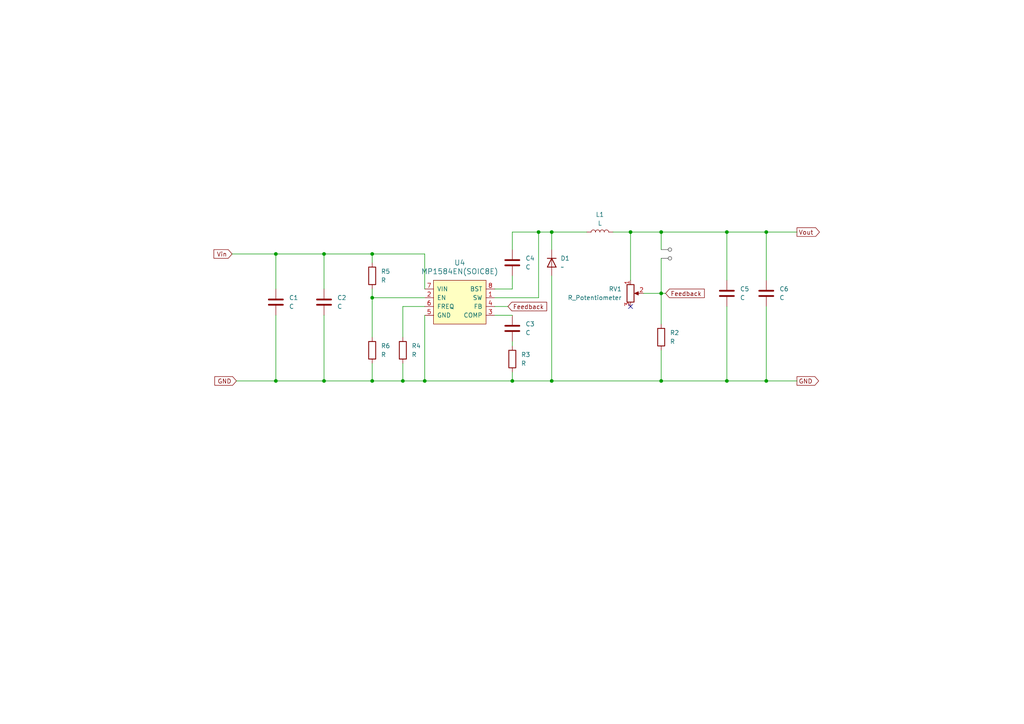
<source format=kicad_sch>
(kicad_sch (version 20250114) (generator "eeschema") (generator_version "9.0")
  (paper "A4")
  (lib_symbols
    (symbol "Device:C" (pin_numbers (hide yes)) (pin_names (offset 0.254))
      (property "Reference" "C" (at 0.635 2.54 0))
      (property "Value" "C" (at 0.635 -2.54 0))
      (symbol "C_0_1"
        (polyline (pts (xy -2.032 0.762) (xy 2.032 0.762)) (stroke (width 0.508)))
        (polyline (pts (xy -2.032 -0.762) (xy 2.032 -0.762)) (stroke (width 0.508)))
      )
      (symbol "C_1_1"
        (pin passive line (at 0 3.81 270) (length 2.794) (name "~") (number "1"))
        (pin passive line (at 0 -3.81 90) (length 2.794) (name "~") (number "2"))
      )
    )
    (symbol "Device:D" (pin_numbers (hide yes)) (pin_names (offset 1.016) (hide yes))
      (property "Reference" "D" (at 0 2.54 0))
      (property "Value" "D" (at 0 -2.54 0))
      (symbol "D_0_1"
        (polyline (pts (xy -1.27 1.27) (xy -1.27 -1.27)) (stroke (width 0.254)))
        (polyline (pts (xy 1.27 1.27) (xy 1.27 -1.27) (xy -1.27 0) (xy 1.27 1.27)) (stroke (width 0.254)))
        (polyline (pts (xy 1.27 0) (xy -1.27 0)))
      )
      (symbol "D_1_1"
        (pin passive line (at -3.81 0 0) (length 2.54) (name "K") (number "1"))
        (pin passive line (at 3.81 0 180) (length 2.54) (name "A") (number "2"))
      )
    )
    (symbol "Device:L" (pin_numbers (hide yes)) (pin_names (offset 1.016) (hide yes))
      (property "Reference" "L" (at -1.27 0 90))
      (property "Value" "L" (at 1.905 0 90))
      (symbol "L_0_1"
        (arc (start 0 2.54) (mid 0.6323 1.905) (end 0 1.27))
        (arc (start 0 1.27) (mid 0.6323 0.635) (end 0 0))
        (arc (start 0 0) (mid 0.6323 -0.635) (end 0 -1.27))
        (arc (start 0 -1.27) (mid 0.6323 -1.905) (end 0 -2.54))
      )
      (symbol "L_1_1"
        (pin passive line (at 0 3.81 270) (length 1.27) (name "1") (number "1"))
        (pin passive line (at 0 -3.81 90) (length 1.27) (name "2") (number "2"))
      )
    )
    (symbol "Device:R" (pin_numbers (hide yes)) (pin_names (offset 0))
      (property "Reference" "R" (at 2.032 0 90))
      (property "Value" "R" (at 0 0 90))
      (symbol "R_0_1"
        (rectangle (start -1.016 -2.54) (end 1.016 2.54) (stroke (width 0.254)))
      )
      (symbol "R_1_1"
        (pin passive line (at 0 3.81 270) (length 1.27) (name "~") (number "1"))
        (pin passive line (at 0 -3.81 90) (length 1.27) (name "~") (number "2"))
      )
    )
    (symbol "Device:R_Potentiometer" (pin_names (offset 1.016) (hide yes))
      (property "Reference" "RV" (at -4.445 0 90))
      (property "Value" "R_Potentiometer" (at -2.54 0 90))
      (symbol "R_Potentiometer_0_1"
        (rectangle (start 1.016 2.54) (end -1.016 -2.54) (stroke (width 0.254)))
        (polyline (pts (xy 1.143 0) (xy 2.286 0.508) (xy 2.286 -0.508) (xy 1.143 0)) (fill (type outline)))
        (polyline (pts (xy 2.54 0) (xy 1.524 0)))
      )
      (symbol "R_Potentiometer_1_1"
        (pin passive line (at 0 3.81 270) (length 1.27) (name "1") (number "1"))
        (pin passive line (at 0 -3.81 90) (length 1.27) (name "3") (number "3"))
        (pin passive line (at 3.81 0 180) (length 1.27) (name "2") (number "2"))
      )
    )
    (symbol "OLIMEX_IC:MP1584EN(SOIC8E)" (pin_names (offset 1.016))
      (property "Reference" "U" (at -1.27 5.715 0))
      (property "Value" "MP1584EN(SOIC8E)" (at -10.795 -10.16 0))
      (symbol "MP1584EN(SOIC8E)_1_0"
        (pin power_in line (at -10.16 2.54 0) (length 2.54) (name "VIN") (number "7"))
        (pin input line (at -10.16 0 0) (length 2.54) (name "EN") (number "2"))
        (pin input line (at -10.16 -2.54 0) (length 2.54) (name "FREQ") (number "6"))
        (pin power_in line (at -10.16 -5.08 0) (length 2.54) (name "GND") (number "5"))
        (pin input line (at -10.16 -5.08 0) (length 2.54) (name "EP") (number "EP"))
        (pin input line (at -10.16 -5.08 0) (length 2.54) (name "EP@1") (number "EP1"))
        (pin passive line (at 10.16 2.54 180) (length 2.54) (name "BST") (number "8"))
        (pin output line (at 10.16 0 180) (length 2.54) (name "SW") (number "1"))
        (pin input line (at 10.16 -2.54 180) (length 2.54) (name "FB") (number "4"))
        (pin output line (at 10.16 -5.08 180) (length 2.54) (name "COMP") (number "3"))
      )
      (symbol "MP1584EN(SOIC8E)_1_1"
        (rectangle (start -7.62 5.08) (end 7.62 -7.62) (fill (type background)))
      )
    )
  )
  (junction (at 148.59 110.49))
  (junction (at 116.84 110.49))
  (junction (at 191.77 67.31))
  (junction (at 93.98 73.66))
  (junction (at 191.77 110.49))
  (junction (at 107.95 110.49))
  (junction (at 80.01 110.49))
  (junction (at 107.95 86.36))
  (junction (at 160.02 110.49))
  (junction (at 191.77 85.09))
  (junction (at 123.19 110.49))
  (junction (at 80.01 73.66))
  (junction (at 182.88 67.31))
  (junction (at 160.02 67.31))
  (junction (at 222.25 67.31))
  (junction (at 222.25 110.49))
  (junction (at 210.82 110.49))
  (junction (at 107.95 73.66))
  (junction (at 93.98 110.49))
  (junction (at 210.82 67.31))
  (junction (at 156.21 67.31))
  (no_connect (at 182.88 88.9))
  (wire (pts (xy 107.95 110.49) (xy 116.84 110.49)))
  (wire (pts (xy 191.77 85.09) (xy 193.04 85.09)))
  (wire (pts (xy 107.95 73.66) (xy 123.19 73.66)))
  (wire (pts (xy 210.82 67.31) (xy 222.25 67.31)))
  (wire (pts (xy 93.98 73.66) (xy 93.98 83.82)))
  (wire (pts (xy 93.98 110.49) (xy 107.95 110.49)))
  (wire (pts (xy 148.59 107.95) (xy 148.59 110.49)))
  (wire (pts (xy 68.58 110.49) (xy 80.01 110.49)))
  (wire (pts (xy 160.02 67.31) (xy 160.02 72.39)))
  (wire (pts (xy 80.01 73.66) (xy 80.01 83.82)))
  (wire (pts (xy 107.95 73.66) (xy 107.95 76.2)))
  (wire (pts (xy 222.25 88.9) (xy 222.25 110.49)))
  (wire (pts (xy 107.95 86.36) (xy 107.95 97.79)))
  (wire (pts (xy 210.82 110.49) (xy 191.77 110.49)))
  (wire (pts (xy 80.01 110.49) (xy 93.98 110.49)))
  (wire (pts (xy 148.59 67.31) (xy 156.21 67.31)))
  (wire (pts (xy 80.01 91.44) (xy 80.01 110.49)))
  (wire (pts (xy 123.19 110.49) (xy 123.19 91.44)))
  (wire (pts (xy 93.98 91.44) (xy 93.98 110.49)))
  (wire (pts (xy 191.77 67.31) (xy 182.88 67.31)))
  (wire (pts (xy 93.98 73.66) (xy 107.95 73.66)))
  (wire (pts (xy 116.84 110.49) (xy 123.19 110.49)))
  (wire (pts (xy 107.95 86.36) (xy 123.19 86.36)))
  (wire (pts (xy 67.31 73.66) (xy 80.01 73.66)))
  (wire (pts (xy 116.84 105.41) (xy 116.84 110.49)))
  (wire (pts (xy 80.01 73.66) (xy 93.98 73.66)))
  (wire (pts (xy 191.77 67.31) (xy 210.82 67.31)))
  (wire (pts (xy 143.51 86.36) (xy 156.21 86.36)))
  (wire (pts (xy 143.51 88.9) (xy 147.32 88.9)))
  (wire (pts (xy 148.59 83.82) (xy 148.59 80.01)))
  (wire (pts (xy 191.77 101.6) (xy 191.77 110.49)))
  (wire (pts (xy 222.25 67.31) (xy 231.14 67.31)))
  (wire (pts (xy 148.59 99.06) (xy 148.59 100.33)))
  (wire (pts (xy 191.77 110.49) (xy 160.02 110.49)))
  (wire (pts (xy 186.69 85.09) (xy 191.77 85.09)))
  (wire (pts (xy 148.59 72.39) (xy 148.59 67.31)))
  (wire (pts (xy 177.8 67.31) (xy 182.88 67.31)))
  (wire (pts (xy 191.77 74.93) (xy 191.77 85.09)))
  (wire (pts (xy 182.88 67.31) (xy 182.88 81.28)))
  (wire (pts (xy 116.84 88.9) (xy 123.19 88.9)))
  (wire (pts (xy 191.77 72.39) (xy 191.77 67.31)))
  (wire (pts (xy 210.82 67.31) (xy 210.82 81.28)))
  (wire (pts (xy 123.19 73.66) (xy 123.19 83.82)))
  (wire (pts (xy 143.51 91.44) (xy 148.59 91.44)))
  (wire (pts (xy 160.02 110.49) (xy 148.59 110.49)))
  (wire (pts (xy 191.77 85.09) (xy 191.77 93.98)))
  (wire (pts (xy 160.02 80.01) (xy 160.02 110.49)))
  (wire (pts (xy 107.95 105.41) (xy 107.95 110.49)))
  (wire (pts (xy 116.84 97.79) (xy 116.84 88.9)))
  (wire (pts (xy 210.82 88.9) (xy 210.82 110.49)))
  (wire (pts (xy 148.59 110.49) (xy 123.19 110.49)))
  (wire (pts (xy 231.14 110.49) (xy 222.25 110.49)))
  (wire (pts (xy 107.95 83.82) (xy 107.95 86.36)))
  (wire (pts (xy 156.21 67.31) (xy 160.02 67.31)))
  (wire (pts (xy 222.25 67.31) (xy 222.25 81.28)))
  (wire (pts (xy 222.25 110.49) (xy 210.82 110.49)))
  (wire (pts (xy 143.51 83.82) (xy 148.59 83.82)))
  (wire (pts (xy 156.21 86.36) (xy 156.21 67.31)))
  (wire (pts (xy 160.02 67.31) (xy 170.18 67.31)))
  (global_label "Vin" (shape input) (at 67.31 73.66 180) (property "Intersheetrefs" "${INTERSHEET_REFS}" (effects (hide yes))))
  (global_label "Vout" (shape output) (at 231.14 67.31 0) (property "Intersheetrefs" "${INTERSHEET_REFS}" (effects (hide yes))))
  (global_label "GND" (shape input) (at 68.58 110.49 180) (property "Intersheetrefs" "${INTERSHEET_REFS}" (effects (hide yes))))
  (global_label "Feedback" (shape input) (at 193.04 85.09 0) (property "Intersheetrefs" "${INTERSHEET_REFS}" (effects (hide yes))))
  (global_label "GND" (shape output) (at 231.14 110.49 0) (property "Intersheetrefs" "${INTERSHEET_REFS}" (effects (hide yes))))
  (global_label "Feedback" (shape input) (at 147.32 88.9 0) (property "Intersheetrefs" "${INTERSHEET_REFS}" (effects (hide yes))))
  (netclass_flag "" (length 2.54) (shape round) (at 191.77 72.39 270))
  (netclass_flag "" (length 2.54) (shape round) (at 191.77 74.93 270))
  (symbol (lib_id "Device:C") (at 222.25 85.09 0) (unit 1)
    (property "Reference" "C6" (at 226.06 83.8199 0) (effects (justify left)))
    (property "Value" "C" (at 226.06 86.3599 0) (effects (justify left)))
    (property "Description" "Unpolarized capacitor" (effects (hide yes)))
  )
  (symbol (lib_id "Device:C") (at 93.98 87.63 0) (unit 1)
    (property "Reference" "C2" (at 97.79 86.3599 0) (effects (justify left)))
    (property "Value" "C" (at 97.79 88.8999 0) (effects (justify left)))
    (property "Description" "Unpolarized capacitor" (effects (hide yes)))
  )
  (symbol (lib_id "Device:D") (at 160.02 76.2 270) (unit 1)
    (property "Reference" "D1" (at 162.56 74.9299 90) (effects (justify left)))
    (property "Value" "~" (at 162.56 77.4699 90) (effects (justify left)))
    (property "Description" "Diode" (effects (hide yes)))
    (property "Sim.Device" "D" (effects (hide yes)))
    (property "Sim.Pins" "1=K 2=A" (effects (hide yes)))
  )
  (symbol (lib_id "Device:R") (at 148.59 104.14 0) (unit 1)
    (property "Reference" "R3" (at 151.13 102.8699 0) (effects (justify left)))
    (property "Value" "R" (at 151.13 105.4099 0) (effects (justify left)))
    (property "Description" "Resistor" (effects (hide yes)))
  )
  (symbol (lib_id "Device:C") (at 148.59 76.2 0) (unit 1)
    (property "Reference" "C4" (at 152.4 74.9299 0) (effects (justify left)))
    (property "Value" "C" (at 152.4 77.4699 0) (effects (justify left)))
    (property "Description" "Unpolarized capacitor" (effects (hide yes)))
  )
  (symbol (lib_id "Device:R") (at 107.95 80.01 0) (unit 1)
    (property "Reference" "R5" (at 110.49 78.7399 0) (effects (justify left)))
    (property "Value" "R" (at 110.49 81.2799 0) (effects (justify left)))
    (property "Description" "Resistor" (effects (hide yes)))
  )
  (symbol (lib_id "Device:L") (at 173.99 67.31 90) (unit 1)
    (property "Reference" "L1" (at 173.99 62.23 90))
    (property "Value" "L" (at 173.99 64.77 90))
    (property "Description" "Inductor" (effects (hide yes)))
  )
  (symbol (lib_id "Device:C") (at 210.82 85.09 0) (unit 1)
    (property "Reference" "C5" (at 214.63 83.8199 0) (effects (justify left)))
    (property "Value" "C" (at 214.63 86.3599 0) (effects (justify left)))
    (property "Description" "Unpolarized capacitor" (effects (hide yes)))
  )
  (symbol (lib_id "Device:C") (at 148.59 95.25 0) (unit 1)
    (property "Reference" "C3" (at 152.4 93.9799 0) (effects (justify left)))
    (property "Value" "C" (at 152.4 96.5199 0) (effects (justify left)))
    (property "Description" "Unpolarized capacitor" (effects (hide yes)))
  )
  (symbol (lib_id "OLIMEX_IC:MP1584EN(SOIC8E)") (at 133.35 86.36 0) (unit 1)
    (property "Reference" "U4" (at 133.35 76.2 0) (effects (font (size 1.524 1.524))))
    (property "Value" "MP1584EN(SOIC8E)" (at 133.35 78.74 0) (effects (font (size 1.524 1.524))))
  )
  (symbol (lib_id "Device:R") (at 191.77 97.79 0) (unit 1)
    (property "Reference" "R2" (at 194.31 96.5199 0) (effects (justify left)))
    (property "Value" "R" (at 194.31 99.0599 0) (effects (justify left)))
    (property "Description" "Resistor" (effects (hide yes)))
  )
  (symbol (lib_id "Device:C") (at 80.01 87.63 0) (unit 1)
    (property "Reference" "C1" (at 83.82 86.3599 0) (effects (justify left)))
    (property "Value" "C" (at 83.82 88.8999 0) (effects (justify left)))
    (property "Description" "Unpolarized capacitor" (effects (hide yes)))
  )
  (symbol (lib_id "Device:R_Potentiometer") (at 182.88 85.09 0) (unit 1)
    (property "Reference" "RV1" (at 180.34 83.8199 0) (effects (justify right)))
    (property "Value" "R_Potentiometer" (at 180.34 86.3599 0) (effects (justify right)))
    (property "Description" "Potentiometer" (effects (hide yes)))
  )
  (symbol (lib_id "Device:R") (at 116.84 101.6 0) (unit 1)
    (property "Reference" "R4" (at 119.38 100.3299 0) (effects (justify left)))
    (property "Value" "R" (at 119.38 102.8699 0) (effects (justify left)))
    (property "Description" "Resistor" (effects (hide yes)))
  )
  (symbol (lib_id "Device:R") (at 107.95 101.6 0) (unit 1)
    (property "Reference" "R6" (at 110.49 100.3299 0) (effects (justify left)))
    (property "Value" "R" (at 110.49 102.8699 0) (effects (justify left)))
    (property "Description" "Resistor" (effects (hide yes)))
  )
)
</source>
